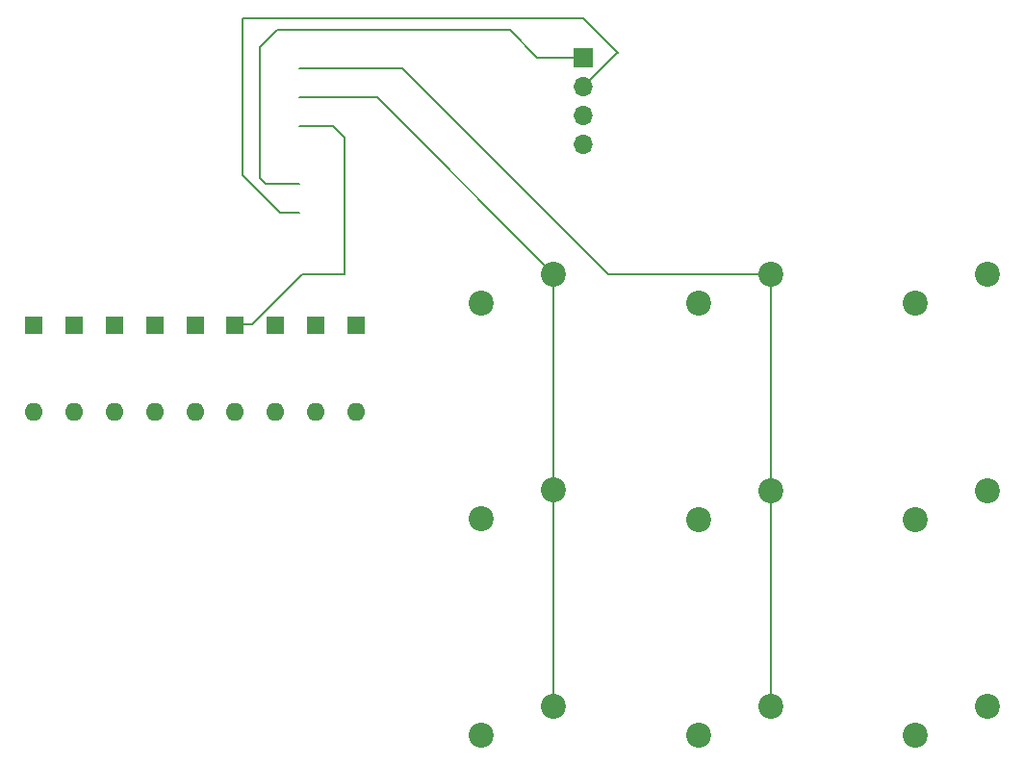
<source format=gbr>
%TF.GenerationSoftware,KiCad,Pcbnew,8.0.5*%
%TF.CreationDate,2024-10-19T20:06:23+03:00*%
%TF.ProjectId,hackpad,6861636b-7061-4642-9e6b-696361645f70,rev?*%
%TF.SameCoordinates,Original*%
%TF.FileFunction,Copper,L2,Bot*%
%TF.FilePolarity,Positive*%
%FSLAX46Y46*%
G04 Gerber Fmt 4.6, Leading zero omitted, Abs format (unit mm)*
G04 Created by KiCad (PCBNEW 8.0.5) date 2024-10-19 20:06:23*
%MOMM*%
%LPD*%
G01*
G04 APERTURE LIST*
%TA.AperFunction,ComponentPad*%
%ADD10R,1.600000X1.600000*%
%TD*%
%TA.AperFunction,ComponentPad*%
%ADD11O,1.600000X1.600000*%
%TD*%
%TA.AperFunction,ComponentPad*%
%ADD12C,2.200000*%
%TD*%
%TA.AperFunction,ComponentPad*%
%ADD13R,1.700000X1.700000*%
%TD*%
%TA.AperFunction,ComponentPad*%
%ADD14O,1.700000X1.700000*%
%TD*%
%TA.AperFunction,Conductor*%
%ADD15C,0.200000*%
%TD*%
G04 APERTURE END LIST*
D10*
%TO.P,D9,1,K*%
%TO.N,ROW2*%
X38015634Y-59000000D03*
D11*
%TO.P,D9,2,A*%
%TO.N,Net-(D9-A)*%
X38015634Y-66620000D03*
%TD*%
D10*
%TO.P,D3,1,K*%
%TO.N,ROW0*%
X55765634Y-59000000D03*
D11*
%TO.P,D3,2,A*%
%TO.N,Net-(D3-A)*%
X55765634Y-66620000D03*
%TD*%
D12*
%TO.P,SW4,1,1*%
%TO.N,COL1*%
X99365634Y-54500000D03*
%TO.P,SW4,2,2*%
%TO.N,Net-(D2-A)*%
X93015634Y-57040000D03*
%TD*%
%TO.P,SW6,1,1*%
%TO.N,COL1*%
X99365634Y-92500000D03*
%TO.P,SW6,2,2*%
%TO.N,Net-(D9-A)*%
X93015634Y-95040000D03*
%TD*%
D10*
%TO.P,D7,1,K*%
%TO.N,ROW1*%
X45115634Y-59000000D03*
D11*
%TO.P,D7,2,A*%
%TO.N,Net-(D7-A)*%
X45115634Y-66620000D03*
%TD*%
D12*
%TO.P,SW1,1,1*%
%TO.N,COL0*%
X80215634Y-54460000D03*
%TO.P,SW1,2,2*%
%TO.N,Net-(D1-A)*%
X73865634Y-57000000D03*
%TD*%
D10*
%TO.P,D10,1,K*%
%TO.N,ROW2*%
X34465634Y-59000000D03*
D11*
%TO.P,D10,2,A*%
%TO.N,Net-(D10-A)*%
X34465634Y-66620000D03*
%TD*%
D12*
%TO.P,SW7,1,1*%
%TO.N,COL2*%
X118365634Y-54500000D03*
%TO.P,SW7,2,2*%
%TO.N,Net-(D3-A)*%
X112015634Y-57040000D03*
%TD*%
D10*
%TO.P,D8,1,K*%
%TO.N,ROW2*%
X41565634Y-59000000D03*
D11*
%TO.P,D8,2,A*%
%TO.N,Net-(D8-A)*%
X41565634Y-66620000D03*
%TD*%
D12*
%TO.P,SW3,1,1*%
%TO.N,COL0*%
X80215634Y-92460000D03*
%TO.P,SW3,2,2*%
%TO.N,Net-(D8-A)*%
X73865634Y-95000000D03*
%TD*%
D10*
%TO.P,D2,1,K*%
%TO.N,ROW0*%
X59315634Y-59000000D03*
D11*
%TO.P,D2,2,A*%
%TO.N,Net-(D2-A)*%
X59315634Y-66620000D03*
%TD*%
D12*
%TO.P,SW5,1,1*%
%TO.N,COL1*%
X99365634Y-73500000D03*
%TO.P,SW5,2,2*%
%TO.N,Net-(D6-A)*%
X93015634Y-76040000D03*
%TD*%
%TO.P,SW8,1,1*%
%TO.N,COL2*%
X118365634Y-73500000D03*
%TO.P,SW8,2,2*%
%TO.N,Net-(D7-A)*%
X112015634Y-76040000D03*
%TD*%
%TO.P,SW2,1,1*%
%TO.N,COL0*%
X80215634Y-73460000D03*
%TO.P,SW2,2,2*%
%TO.N,Net-(D5-A)*%
X73865634Y-76000000D03*
%TD*%
D13*
%TO.P,J1,1,Pin_1*%
%TO.N,SDA*%
X82865634Y-35420000D03*
D14*
%TO.P,J1,2,Pin_2*%
%TO.N,SCL*%
X82865634Y-37960000D03*
%TO.P,J1,3,Pin_3*%
%TO.N,VCC*%
X82865634Y-40500000D03*
%TO.P,J1,4,Pin_4*%
%TO.N,GND*%
X82865634Y-43040000D03*
%TD*%
D10*
%TO.P,D6,1,K*%
%TO.N,ROW1*%
X48665634Y-59000000D03*
D11*
%TO.P,D6,2,A*%
%TO.N,Net-(D6-A)*%
X48665634Y-66620000D03*
%TD*%
D12*
%TO.P,SW9,1,1*%
%TO.N,COL2*%
X118365634Y-92500000D03*
%TO.P,SW9,2,2*%
%TO.N,Net-(D10-A)*%
X112015634Y-95040000D03*
%TD*%
D10*
%TO.P,D1,1,K*%
%TO.N,ROW0*%
X62865634Y-59000000D03*
D11*
%TO.P,D1,2,A*%
%TO.N,Net-(D1-A)*%
X62865634Y-66620000D03*
%TD*%
D10*
%TO.P,D5,1,K*%
%TO.N,ROW1*%
X52215634Y-59000000D03*
D11*
%TO.P,D5,2,A*%
%TO.N,Net-(D5-A)*%
X52215634Y-66620000D03*
%TD*%
D15*
%TO.N,ROW1*%
X53735634Y-58850000D02*
X58085634Y-54500000D01*
X58085634Y-54500000D02*
X61865634Y-54500000D01*
X61865634Y-42500000D02*
X60825634Y-41460000D01*
X52215634Y-59000000D02*
X52365634Y-58850000D01*
X52365634Y-58850000D02*
X53735634Y-58850000D01*
X60825634Y-41460000D02*
X57865634Y-41460000D01*
X61865634Y-54500000D02*
X61865634Y-42500000D01*
%TO.N,SCL*%
X85865634Y-35000000D02*
X82865634Y-32000000D01*
X82865634Y-32000000D02*
X52865634Y-32000000D01*
X52865634Y-32000000D02*
X52865634Y-45780000D01*
X82865634Y-37960000D02*
X85825634Y-35000000D01*
X85825634Y-35000000D02*
X85865634Y-35000000D01*
X56165634Y-49080000D02*
X57865634Y-49080000D01*
X52865634Y-45780000D02*
X56165634Y-49080000D01*
%TO.N,SDA*%
X82865634Y-35420000D02*
X82865634Y-35500000D01*
X54905634Y-46540000D02*
X57865634Y-46540000D01*
X54365634Y-34500000D02*
X54365634Y-46000000D01*
X78785634Y-35420000D02*
X76365634Y-33000000D01*
X55865634Y-33000000D02*
X54365634Y-34500000D01*
X54365634Y-46000000D02*
X54905634Y-46540000D01*
X82865634Y-35420000D02*
X78785634Y-35420000D01*
X76365634Y-33000000D02*
X55865634Y-33000000D01*
%TO.N,COL0*%
X80215634Y-54460000D02*
X64675634Y-38920000D01*
X64675634Y-38920000D02*
X57865634Y-38920000D01*
X80215634Y-92460000D02*
X80215634Y-54460000D01*
%TO.N,COL1*%
X99365634Y-54500000D02*
X85035533Y-54500000D01*
X99365634Y-92500000D02*
X99365634Y-54500000D01*
X66915533Y-36380000D02*
X57865634Y-36380000D01*
X85035533Y-54500000D02*
X66915533Y-36380000D01*
%TD*%
M02*

</source>
